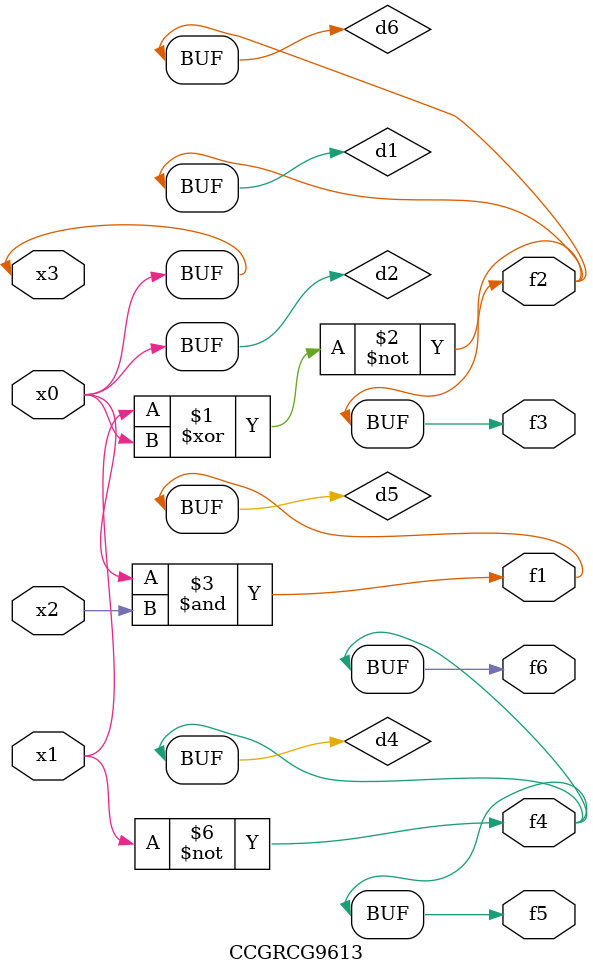
<source format=v>
module CCGRCG9613(
	input x0, x1, x2, x3,
	output f1, f2, f3, f4, f5, f6
);

	wire d1, d2, d3, d4, d5, d6;

	xnor (d1, x1, x3);
	buf (d2, x0, x3);
	nand (d3, x0, x2);
	not (d4, x1);
	nand (d5, d3);
	or (d6, d1);
	assign f1 = d5;
	assign f2 = d6;
	assign f3 = d6;
	assign f4 = d4;
	assign f5 = d4;
	assign f6 = d4;
endmodule

</source>
